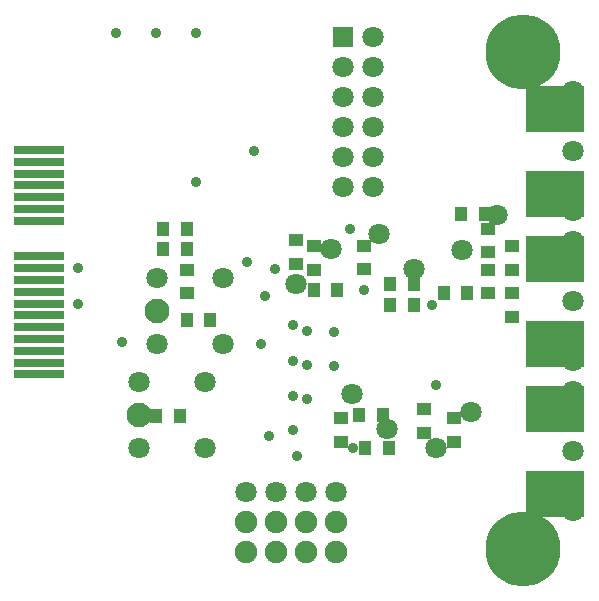
<source format=gbs>
G04 #@! TF.FileFunction,Soldermask,Bot*
%FSLAX46Y46*%
G04 Gerber Fmt 4.6, Leading zero omitted, Abs format (unit mm)*
G04 Created by KiCad (PCBNEW 0.201509221857+6208~30~ubuntu14.04.1-product) date Thu 24 Sep 2015 08:06:42 PM PDT*
%MOMM*%
G01*
G04 APERTURE LIST*
%ADD10C,0.100000*%
%ADD11C,1.800000*%
%ADD12R,5.000000X3.960000*%
%ADD13C,1.900000*%
%ADD14C,6.350000*%
%ADD15R,4.200000X0.700000*%
%ADD16R,1.000000X1.250000*%
%ADD17R,1.250000X1.000000*%
%ADD18R,1.800000X1.800000*%
%ADD19C,2.100000*%
%ADD20C,0.889000*%
G04 APERTURE END LIST*
D10*
D11*
X48750000Y-42789000D03*
X48750000Y-32629000D03*
D12*
X47243000Y-34089000D03*
X47243000Y-41329000D03*
D11*
X48750000Y-40249000D03*
X48750000Y-35169000D03*
X48750000Y-37709000D03*
X48750000Y-30089000D03*
X48750000Y-19929000D03*
D12*
X47243000Y-21389000D03*
X47243000Y-28629000D03*
D11*
X48750000Y-27549000D03*
X48750000Y-22469000D03*
X48750000Y-25009000D03*
X48750000Y-17389000D03*
X48750000Y-7229000D03*
D12*
X47243000Y-8689000D03*
X47243000Y-15929000D03*
D11*
X48750000Y-14849000D03*
X48750000Y-9769000D03*
X48750000Y-12309000D03*
X40150000Y-34400000D03*
X37150000Y-37400000D03*
X30050000Y-32850000D03*
X33050000Y-35850000D03*
X39350000Y-20700000D03*
X42350000Y-17700000D03*
X32292000Y-19303000D03*
X35292000Y-22303000D03*
X25292000Y-23553000D03*
X28292000Y-20553000D03*
D13*
X21064000Y-43678000D03*
X23604000Y-43678000D03*
X26144000Y-43678000D03*
X28684000Y-43678000D03*
D14*
X44550000Y-46000000D03*
X44550000Y-3900000D03*
D15*
X3550000Y-31200000D03*
X3550000Y-30200000D03*
X3550000Y-29200000D03*
X3550000Y-28200000D03*
X3550000Y-27200000D03*
X3550000Y-26200000D03*
X3550000Y-25200000D03*
X3550000Y-24200000D03*
X3550000Y-23200000D03*
X3550000Y-22200000D03*
X3550000Y-21200000D03*
X3550000Y-18200000D03*
X3550000Y-17200000D03*
X3550000Y-16200000D03*
X3550000Y-15200000D03*
X3550000Y-14200000D03*
X3550000Y-13200000D03*
X3550000Y-12200000D03*
D16*
X26792000Y-24053000D03*
X28792000Y-24053000D03*
D17*
X31042000Y-20303000D03*
X31042000Y-22303000D03*
D16*
X35292000Y-23553000D03*
X33292000Y-23553000D03*
X41300000Y-17600000D03*
X39300000Y-17600000D03*
D17*
X25300000Y-19850000D03*
X25300000Y-21850000D03*
X26800000Y-20350000D03*
X26800000Y-22350000D03*
D16*
X16050000Y-26600000D03*
X18050000Y-26600000D03*
X13450000Y-34700000D03*
X15450000Y-34700000D03*
D17*
X29150000Y-34900000D03*
X29150000Y-36900000D03*
D16*
X33150000Y-37400000D03*
X31150000Y-37400000D03*
D17*
X36150000Y-36150000D03*
X36150000Y-34150000D03*
D16*
X32650000Y-34650000D03*
X30650000Y-34650000D03*
D17*
X38650000Y-36900000D03*
X38650000Y-34900000D03*
X16050000Y-24350000D03*
X16050000Y-22350000D03*
D16*
X14050000Y-18850000D03*
X16050000Y-18850000D03*
X14050000Y-20600000D03*
X16050000Y-20600000D03*
X35300000Y-25350000D03*
X33300000Y-25350000D03*
X39800000Y-24350000D03*
X37800000Y-24350000D03*
D17*
X43550000Y-24350000D03*
X43550000Y-26350000D03*
X41550000Y-22350000D03*
X41550000Y-24350000D03*
X41550000Y-20850000D03*
X41550000Y-18850000D03*
X43550000Y-22350000D03*
X43550000Y-20350000D03*
D18*
X29250000Y-2600000D03*
D11*
X29250000Y-5140000D03*
X29250000Y-7680000D03*
X29250000Y-10220000D03*
X29250000Y-12760000D03*
X29250000Y-15300000D03*
X31790000Y-2600000D03*
X31790000Y-5140000D03*
X31790000Y-7680000D03*
X31790000Y-10220000D03*
X31790000Y-12760000D03*
X31790000Y-15300000D03*
X21064000Y-41138000D03*
X23604000Y-41138000D03*
X26144000Y-41138000D03*
X28684000Y-41138000D03*
D13*
X28684000Y-46218000D03*
X26144000Y-46218000D03*
X23604000Y-46218000D03*
X21064000Y-46218000D03*
D11*
X12006000Y-31806000D03*
D19*
X12006000Y-34600000D03*
D11*
X12006000Y-37394000D03*
X17594000Y-37394000D03*
X17594000Y-31806000D03*
X13506000Y-23056000D03*
D19*
X13506000Y-25850000D03*
D11*
X13506000Y-28644000D03*
X19094000Y-28644000D03*
X19094000Y-23056000D03*
D20*
X29850000Y-18900000D03*
X10550000Y-28500000D03*
X6850000Y-22200000D03*
X6850000Y-25200000D03*
X31042000Y-24053000D03*
X21150000Y-21700000D03*
X37150000Y-32100000D03*
X30150000Y-37400000D03*
X25350000Y-38100000D03*
X23050000Y-36400000D03*
X28550000Y-27600000D03*
X28550000Y-30500000D03*
X23550000Y-22300000D03*
X25050000Y-27000000D03*
X25050000Y-35900000D03*
X25050000Y-33000000D03*
X25050000Y-30100000D03*
X10050000Y-2300000D03*
X13450000Y-2300000D03*
X16850000Y-2300000D03*
X16850000Y-14900000D03*
X22650000Y-24600000D03*
X22350000Y-28600000D03*
X26250000Y-27500000D03*
X26250000Y-30400000D03*
X26250000Y-33300000D03*
X36800000Y-25350000D03*
X21750000Y-12300000D03*
M02*

</source>
